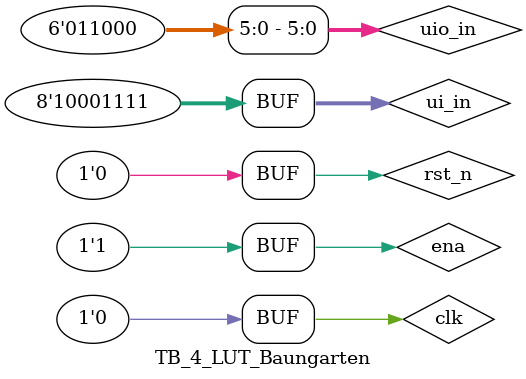
<source format=v>
module TB_4_LUT_Baungarten();

reg [7:0] ui_in;    // Dedicated inputs - connected to the input switches
wire [7:0] uo_out;   // Dedicated outputs - connected to the 7 segment display
reg [7:0] uio_in;  // IOs: Bidirectional Input path
wire [7:0] uio_out;  // IOs: Bidirectional Output path
wire [7:0] uio_oe;   // IOs: Bidirectional Enable path (active high: 0=input, 1=output)
reg       ena;      // will go high when the design is enabled
reg       clk;      // clock
reg       rst_n;     // reset_n - low to reset

tt_um_4_LUT_Baungarten DUT(
    .ui_in(ui_in),    // Dedicated inputs - connected to the input switches
    .uo_out(uo_out),   // Dedicated outputs - connected to the 7 segment display
    .uio_in(uio_in),   // IOs: Bidirectional Input path
    .uio_out(uio_out),  // IOs: Bidirectional Output path
    .uio_oe(uio_oe),   // IOs: Bidirectional Enable path (active high: 0=input, 1=output)
    .ena(ena),      // will go high when the design is enabled
    .clk(clk),      // clock
    .rst_n(rst_n)     // reset_n - low to reset
);




initial
begin
rst_n = 0;
clk = 0; 
ena = 1;
ui_in[3:0] = 0; //addrs
ui_in[7:4] = 0; //data
uio_in[0] = 1;//enable write
uio_in[1] = 0;//data_mux1
uio_in[2] = 0;//data_mux2
uio_in[4:3] = 0;//Lut_mux 1&2, 3&4,5&6, 7&8
uio_in[5]=0;
#50;
//a segment
uio_in[4:3] = 0;
uio_in[5]=0;
uio_in[1] = 1;//data_mux1
ui_in[3:0] = 0;
#50;
uio_in[1] = 0;//data_mux1
ui_in[3:0] = 1;
#50;
uio_in[1] = 1;//data_mux1
ui_in[3:0] = 2;
#50;
uio_in[1] = 1;//data_mux1
ui_in[3:0] = 3;

#50;
uio_in[1] = 0;//data_mux1
ui_in[3:0] = 4;
#50;
uio_in[1] = 1;//data_mux1
ui_in[3:0] = 5;
#50;
uio_in[1] = 0;//data_mux1
ui_in[3:0] = 6;
#50;
uio_in[1] = 1;//data_mux1
ui_in[3:0] = 7;

#50;
uio_in[1] = 1;//data_mux1
ui_in[3:0] = 8;
#50;
uio_in[1] = 1;//data_mux1
ui_in[3:0] = 9;
#50;
uio_in[1] = 0;//data_mux1
ui_in[3:0] = 10;
#50;
uio_in[1] = 0;//data_mux1
ui_in[3:0] = 11;

#50;
uio_in[1] = 0;//data_mux1
ui_in[3:0] = 12;
#50;
uio_in[1] = 1;//data_mux1
ui_in[3:0] = 13;
#50;
uio_in[1] = 0;//data_mux1
ui_in[3:0] = 14;
#50;
uio_in[1] = 0;//data_mux1
ui_in[3:0] = 15;



//////////////////b segment///////////////////
uio_in[5]=1;
uio_in[2] = 1;//data_mux1
ui_in[3:0] = 0;
#50;
uio_in[2] = 1;//data_mux1
ui_in[3:0] = 1;
#50;
uio_in[2] = 1;//data_mux1
ui_in[3:0] = 2;
#50;
uio_in[2] = 1;//data_mux1
ui_in[3:0] = 3;

#50;
uio_in[2] = 1;//data_mux1
ui_in[3:0] = 4;
#50;
uio_in[2] = 0;//data_mux1
ui_in[3:0] = 5;
#50;
uio_in[2] = 0;//data_mux1
ui_in[3:0] = 6;
#50;
uio_in[2] = 1;//data_mux1
ui_in[3:0] = 7;

#50;
uio_in[2] = 1;//data_mux1
ui_in[3:0] = 8;
#50;
uio_in[2] = 1;//data_mux1
ui_in[3:0] = 9;
#50;
uio_in[2] = 0;//data_mux1
ui_in[3:0] = 10;
#50;
uio_in[2] = 0;//data_mux1
ui_in[3:0] = 11;

#50;
uio_in[2] = 1;//data_mux1
ui_in[3:0] = 12;
#50;
uio_in[2] = 0;//data_mux1
ui_in[3:0] = 13;
#50;
uio_in[2] = 0;//data_mux1
ui_in[3:0] = 14;
#50;
uio_in[2] = 0;//data_mux1
ui_in[3:0] = 15;

//////////////////c segment///////////////////
uio_in[5]=0;
uio_in[4:3] = 1;
uio_in[1] = 1;//data_mux1
ui_in[3:0] = 0;
#50;
uio_in[1] = 1;//data_mux1
ui_in[3:0] = 1;
#50;
uio_in[1] = 0;//data_mux1
ui_in[3:0] = 2;
#50;
uio_in[1] = 1;//data_mux1
ui_in[3:0] = 3;

#50;
uio_in[1] = 1;//data_mux1
ui_in[3:0] = 4;
#50;
uio_in[1] = 1;//data_mux1
ui_in[3:0] = 5;
#50;
uio_in[1] = 1;//data_mux1
ui_in[3:0] = 6;
#50;
uio_in[1] = 1;//data_mux1
ui_in[3:0] = 7;

#50;
uio_in[1] = 1;//data_mux1
ui_in[3:0] = 8;
#50;
uio_in[1] = 1;//data_mux1
ui_in[3:0] = 9;
#50;
uio_in[1] = 0;//data_mux1
ui_in[3:0] = 10;
#50;
uio_in[1] = 1;//data_mux1
ui_in[3:0] = 11;

#50;
uio_in[1] = 0;//data_mux1
ui_in[3:0] = 12;
#50;
uio_in[1] = 0;//data_mux1
ui_in[3:0] = 13;
#50;
uio_in[1] = 0;//data_mux1
ui_in[3:0] = 14;
#50;
uio_in[1] = 0;//data_mux1
ui_in[3:0] = 15;

//////////////////d segment///////////////////
uio_in[5]=1;
uio_in[2] = 1;//data_mux1
ui_in[3:0] = 0;
#50;
uio_in[2] = 0;//data_mux1
ui_in[3:0] = 1;
#50;
uio_in[2] = 1;//data_mux1
ui_in[3:0] = 2;
#50;
uio_in[2] = 1;//data_mux1
ui_in[3:0] = 3;

#50;
uio_in[2] = 0;//data_mux1
ui_in[3:0] = 4;
#50;
uio_in[2] = 1;//data_mux1
ui_in[3:0] = 5;
#50;
uio_in[2] = 1;//data_mux1
ui_in[3:0] = 6;
#50;
uio_in[2] = 0;//data_mux1
ui_in[3:0] = 7;

#50;
uio_in[2] = 1;//data_mux1
ui_in[3:0] = 8;
#50;
uio_in[2] = 0;//data_mux1
ui_in[3:0] = 9;
#50;
uio_in[2] = 1;//data_mux1
ui_in[3:0] = 10;
#50;
uio_in[2] = 1;//data_mux1
ui_in[3:0] = 11;

#50;
uio_in[2] = 0;//data_mux1
ui_in[3:0] = 12;
#50;
uio_in[2] = 1;//data_mux1
ui_in[3:0] = 13;
#50;
uio_in[2] = 1;//data_mux1
ui_in[3:0] = 14;
#50;
uio_in[2] = 0;//data_mux1
ui_in[3:0] = 15;

/////////////////e segment///////////////////
uio_in[5]=0;
uio_in[4:3] = 2;
uio_in[1] = 1;//data_mux1
ui_in[3:0] = 0;
#50;
uio_in[1] = 0;//data_mux1
ui_in[3:0] = 1;
#50;
uio_in[1] = 1;//data_mux1
ui_in[3:0] = 2;
#50;
uio_in[1] = 0;//data_mux1
ui_in[3:0] = 3;

#50;
uio_in[1] = 0;//data_mux1
ui_in[3:0] = 4;
#50;
uio_in[1] = 0;//data_mux1
ui_in[3:0] = 5;
#50;
uio_in[1] = 1;//data_mux1
ui_in[3:0] = 6;
#50;
uio_in[1] = 0;//data_mux1
ui_in[3:0] = 7;

#50;
uio_in[1] = 1;//data_mux1
ui_in[3:0] = 8;
#50;
uio_in[1] = 0;//data_mux1
ui_in[3:0] = 9;
#50;
uio_in[1] = 1;//data_mux1
ui_in[3:0] = 10;
#50;
uio_in[1] = 0;//data_mux1
ui_in[3:0] = 11;

#50;
uio_in[1] = 0;//data_mux1
ui_in[3:0] = 12;
#50;
uio_in[1] = 0;//data_mux1
ui_in[3:0] = 13;
#50;
uio_in[1] = 1;//data_mux1
ui_in[3:0] = 14;
#50;
uio_in[1] = 0;//data_mux1
ui_in[3:0] = 15;

//////////////////d segment///////////////////
uio_in[5]=1;
uio_in[2] = 1;//data_mux1
ui_in[3:0] = 0;
#50;
uio_in[2] = 0;//data_mux1
ui_in[3:0] = 1;
#50;
uio_in[2] = 0;//data_mux1
ui_in[3:0] = 2;
#50;
uio_in[2] = 0;//data_mux1
ui_in[3:0] = 3;

#50;
uio_in[2] = 1;//data_mux1
ui_in[3:0] = 4;
#50;
uio_in[2] = 1;//data_mux1
ui_in[3:0] = 5;
#50;
uio_in[2] = 1;//data_mux1
ui_in[3:0] = 6;
#50;
uio_in[2] = 0;//data_mux1
ui_in[3:0] = 7;

#50;
uio_in[2] = 1;//data_mux1
ui_in[3:0] = 8;
#50;
uio_in[2] = 1;//data_mux1
ui_in[3:0] = 9;
#50;
uio_in[2] = 0;//data_mux1
ui_in[3:0] = 10;
#50;
uio_in[2] = 0;//data_mux1
ui_in[3:0] = 11;

#50;
uio_in[2] = 1;//data_mux1
ui_in[3:0] = 12;
#50;
uio_in[2] = 1;//data_mux1
ui_in[3:0] = 13;
#50;
uio_in[2] = 1;//data_mux1
ui_in[3:0] = 14;
#50;
uio_in[2] = 0;//data_mux1
ui_in[3:0] = 15;

/////////////////e segment///////////////////
uio_in[5]=0;
uio_in[4:3] = 3;
uio_in[1] = 0;//data_mux1
ui_in[3:0] = 0;
#50;
uio_in[1] = 0;//data_mux1
ui_in[3:0] = 1;
#50;
uio_in[1] = 1;//data_mux1
ui_in[3:0] = 2;
#50;
uio_in[1] = 1;//data_mux1
ui_in[3:0] = 3;

#50;
uio_in[1] = 1;//data_mux1
ui_in[3:0] = 4;
#50;
uio_in[1] = 1;//data_mux1
ui_in[3:0] = 5;
#50;
uio_in[1] = 1;//data_mux1
ui_in[3:0] = 6;
#50;
uio_in[1] = 0;//data_mux1
ui_in[3:0] = 7;

#50;
uio_in[1] = 1;//data_mux1
ui_in[3:0] = 8;
#50;
uio_in[1] = 1;//data_mux1
ui_in[3:0] = 9;
#50;
uio_in[1] = 1;//data_mux1
ui_in[3:0] = 10;
#50;
uio_in[1] = 1;//data_mux1
ui_in[3:0] = 11;

#50;
uio_in[1] = 1;//data_mux1
ui_in[3:0] = 12;
#50;
uio_in[1] = 1;//data_mux1
ui_in[3:0] = 13;
#50;
uio_in[1] = 1;//data_mux1
ui_in[3:0] = 14;
#50;
uio_in[1] = 0;//data_mux1
ui_in[3:0] = 15;
#200;
uio_in[0] = 0;//enable read
ui_in[7:4] = ui_in[7:4] +1;
#50;
ui_in[7:4] = ui_in[7:4] +1;
#50;
ui_in[7:4] = ui_in[7:4] +1;
#50;
ui_in[7:4] = ui_in[7:4] +1;
#50;
ui_in[7:4] = ui_in[7:4] +1;
#50;
ui_in[7:4] = ui_in[7:4] +1;
#50;
ui_in[7:4] = ui_in[7:4] +1;
#50;
ui_in[7:4] = ui_in[7:4] +1;
#50;
ui_in[7:4] = ui_in[7:4] +1;
#50;
ui_in[7:4] = ui_in[7:4] +1;
#50;
ui_in[7:4] = ui_in[7:4] +1;
#50;
ui_in[7:4] = ui_in[7:4] +1;
#50;
ui_in[7:4] = ui_in[7:4] +1;
#50;
ui_in[7:4] = ui_in[7:4] +1;
#50;
ui_in[7:4] = ui_in[7:4] +1;
#50;
ui_in[7:4] = ui_in[7:4] +1;
#50;
ui_in[7:4] = ui_in[7:4] +1;
#50;
ui_in[7:4] = ui_in[7:4] +1;
#50;
ui_in[7:4] = ui_in[7:4] +1;
#50;
ui_in[7:4] = ui_in[7:4] +1;
#50;
ui_in[7:4] = ui_in[7:4] +1;
#50;
ui_in[7:4] = ui_in[7:4] +1;
#50;
ui_in[7:4] = ui_in[7:4] +1;
#50;
ui_in[7:4] = ui_in[7:4] +1;
#50;
end

  initial
  begin
  $dumpfile("TB_4_LUT_Baungarten.vcd");
  $dumpvars;
  end
endmodule 

</source>
